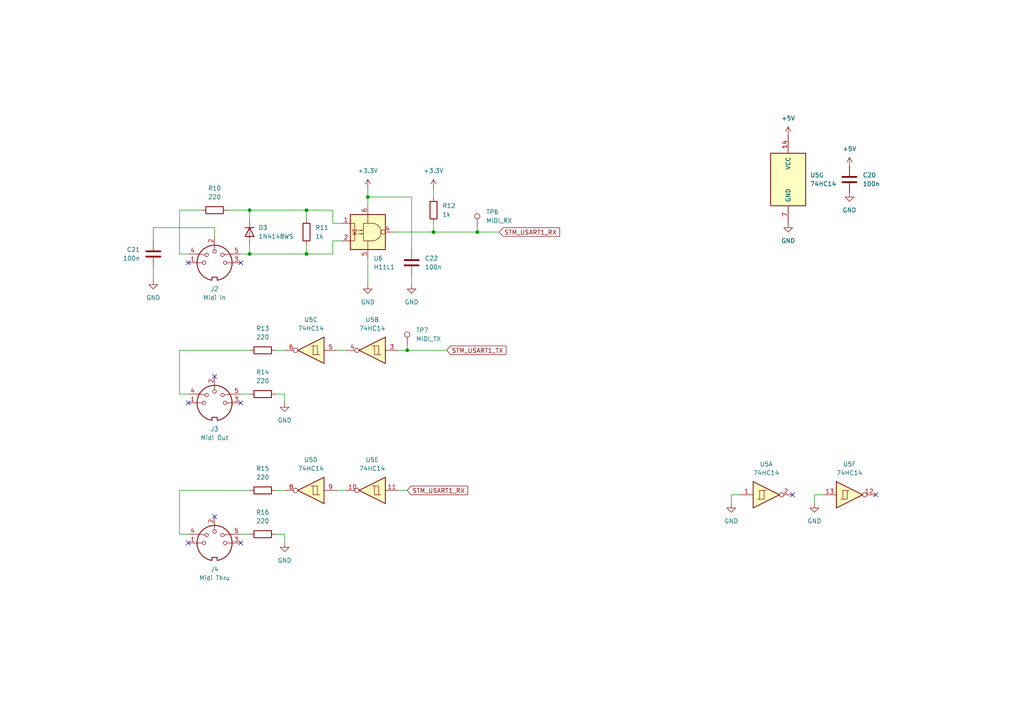
<source format=kicad_sch>
(kicad_sch (version 20250114) (generator "eeschema") (generator_version "9.0")
  (paper "A4")
  (title_block (title "Midi Expressor") (date "2025-12-26") (rev "0.1") (company "Amon Benson"))
  (lib_symbols
    (symbol "74xx:74HC14" (pin_names (offset 1.016))
      (property "Reference" "U" (at 0 1.27 0))
      (property "Value" "74HC14" (at 0 -1.27 0))
      (symbol "74HC14_1_0"
        (polyline (pts (xy -3.81 3.81) (xy -3.81 -3.81) (xy 3.81 0) (xy -3.81 3.81)) (stroke (width 0.254)) (fill (type background)))
        (pin input line (at -7.62 0 0) (length 3.81) (name "~") (number "1"))
        (pin output inverted (at 7.62 0 180) (length 3.81) (name "~") (number "2"))
      )
      (symbol "74HC14_1_1"
        (polyline (pts (xy -2.54 -1.27) (xy -0.635 -1.27) (xy -0.635 1.27) (xy 0 1.27)))
        (polyline (pts (xy -1.905 -1.27) (xy -1.905 1.27) (xy -0.635 1.27)))
      )
      (symbol "74HC14_2_0"
        (polyline (pts (xy -3.81 3.81) (xy -3.81 -3.81) (xy 3.81 0) (xy -3.81 3.81)) (stroke (width 0.254)) (fill (type background)))
        (pin input line (at -7.62 0 0) (length 3.81) (name "~") (number "3"))
        (pin output inverted (at 7.62 0 180) (length 3.81) (name "~") (number "4"))
      )
      (symbol "74HC14_2_1"
        (polyline (pts (xy -2.54 -1.27) (xy -0.635 -1.27) (xy -0.635 1.27) (xy 0 1.27)))
        (polyline (pts (xy -1.905 -1.27) (xy -1.905 1.27) (xy -0.635 1.27)))
      )
      (symbol "74HC14_3_0"
        (polyline (pts (xy -3.81 3.81) (xy -3.81 -3.81) (xy 3.81 0) (xy -3.81 3.81)) (stroke (width 0.254)) (fill (type background)))
        (pin input line (at -7.62 0 0) (length 3.81) (name "~") (number "5"))
        (pin output inverted (at 7.62 0 180) (length 3.81) (name "~") (number "6"))
      )
      (symbol "74HC14_3_1"
        (polyline (pts (xy -2.54 -1.27) (xy -0.635 -1.27) (xy -0.635 1.27) (xy 0 1.27)))
        (polyline (pts (xy -1.905 -1.27) (xy -1.905 1.27) (xy -0.635 1.27)))
      )
      (symbol "74HC14_4_0"
        (polyline (pts (xy -3.81 3.81) (xy -3.81 -3.81) (xy 3.81 0) (xy -3.81 3.81)) (stroke (width 0.254)) (fill (type background)))
        (pin input line (at -7.62 0 0) (length 3.81) (name "~") (number "9"))
        (pin output inverted (at 7.62 0 180) (length 3.81) (name "~") (number "8"))
      )
      (symbol "74HC14_4_1"
        (polyline (pts (xy -2.54 -1.27) (xy -0.635 -1.27) (xy -0.635 1.27) (xy 0 1.27)))
        (polyline (pts (xy -1.905 -1.27) (xy -1.905 1.27) (xy -0.635 1.27)))
      )
      (symbol "74HC14_5_0"
        (polyline (pts (xy -3.81 3.81) (xy -3.81 -3.81) (xy 3.81 0) (xy -3.81 3.81)) (stroke (width 0.254)) (fill (type background)))
        (pin input line (at -7.62 0 0) (length 3.81) (name "~") (number "11"))
        (pin output inverted (at 7.62 0 180) (length 3.81) (name "~") (number "10"))
      )
      (symbol "74HC14_5_1"
        (polyline (pts (xy -2.54 -1.27) (xy -0.635 -1.27) (xy -0.635 1.27) (xy 0 1.27)))
        (polyline (pts (xy -1.905 -1.27) (xy -1.905 1.27) (xy -0.635 1.27)))
      )
      (symbol "74HC14_6_0"
        (polyline (pts (xy -3.81 3.81) (xy -3.81 -3.81) (xy 3.81 0) (xy -3.81 3.81)) (stroke (width 0.254)) (fill (type background)))
        (pin input line (at -7.62 0 0) (length 3.81) (name "~") (number "13"))
        (pin output inverted (at 7.62 0 180) (length 3.81) (name "~") (number "12"))
      )
      (symbol "74HC14_6_1"
        (polyline (pts (xy -2.54 -1.27) (xy -0.635 -1.27) (xy -0.635 1.27) (xy 0 1.27)))
        (polyline (pts (xy -1.905 -1.27) (xy -1.905 1.27) (xy -0.635 1.27)))
      )
      (symbol "74HC14_7_0"
        (pin power_in line (at 0 12.7 270) (length 5.08) (name "VCC") (number "14"))
        (pin power_in line (at 0 -12.7 90) (length 5.08) (name "GND") (number "7"))
      )
      (symbol "74HC14_7_1"
        (rectangle (start -5.08 7.62) (end 5.08 -7.62) (stroke (width 0.254)) (fill (type background)))
      )
    )
    (symbol "Connector:DIN-5_180degree" (pin_names (offset 1.016))
      (property "Reference" "J" (at 3.175 5.715 0))
      (property "Value" "DIN-5_180degree" (at 0 -6.35 0))
      (symbol "DIN-5_180degree_0_1"
        (polyline (pts (xy -5.08 2.54) (xy -4.318 2.54) (xy -2.794 2.286)))
        (polyline (pts (xy -5.08 0) (xy -3.556 0)))
        (circle (center -3.048 0) (radius 0.508))
        (circle (center -2.286 2.286) (radius 0.508))
        (polyline (pts (xy -0.762 -4.953) (xy -0.762 -4.191) (xy 0.762 -4.191) (xy 0.762 -4.953)) (stroke (width 0.254)))
        (arc (start 5.08 0) (mid 3.8673 -3.3444) (end 0.762 -5.08) (stroke (width 0.254)))
        (polyline (pts (xy 0 5.08) (xy 0 3.81)))
        (circle (center 0 3.302) (radius 0.508))
        (arc (start -5.08 0) (mid 0 5.0579) (end 5.08 0) (stroke (width 0.254)))
        (arc (start -0.762 -5.08) (mid -3.8597 -3.3379) (end -5.08 0) (stroke (width 0.254)))
        (circle (center 2.286 2.286) (radius 0.508))
        (circle (center 3.048 0) (radius 0.508))
        (polyline (pts (xy 5.08 2.54) (xy 4.318 2.54) (xy 2.794 2.286)))
        (polyline (pts (xy 5.08 0) (xy 3.556 0)))
      )
      (symbol "DIN-5_180degree_1_1"
        (pin passive line (at -7.62 2.54 0) (length 2.54) (name "~") (number "4"))
        (pin passive line (at -7.62 0 0) (length 2.54) (name "~") (number "1"))
        (pin passive line (at 0 7.62 270) (length 2.54) (name "~") (number "2"))
        (pin passive line (at 7.62 2.54 180) (length 2.54) (name "~") (number "5"))
        (pin passive line (at 7.62 0 180) (length 2.54) (name "~") (number "3"))
      )
    )
    (symbol "Connector:TestPoint" (pin_numbers (hide yes)) (pin_names (offset 0.762) (hide yes))
      (property "Reference" "TP" (at 0 6.858 0))
      (property "Value" "TestPoint" (at 0 5.08 0))
      (symbol "TestPoint_0_1"
        (circle (center 0 3.302) (radius 0.762))
      )
      (symbol "TestPoint_1_1"
        (pin passive line (at 0 0 90) (length 2.54) (name "1") (number "1"))
      )
    )
    (symbol "Device:C" (pin_numbers (hide yes)) (pin_names (offset 0.254))
      (property "Reference" "C" (at 0.635 2.54 0))
      (property "Value" "C" (at 0.635 -2.54 0))
      (symbol "C_0_1"
        (polyline (pts (xy -2.032 0.762) (xy 2.032 0.762)) (stroke (width 0.508)))
        (polyline (pts (xy -2.032 -0.762) (xy 2.032 -0.762)) (stroke (width 0.508)))
      )
      (symbol "C_1_1"
        (pin passive line (at 0 3.81 270) (length 2.794) (name "~") (number "1"))
        (pin passive line (at 0 -3.81 90) (length 2.794) (name "~") (number "2"))
      )
    )
    (symbol "Device:R" (pin_numbers (hide yes)) (pin_names (offset 0))
      (property "Reference" "R" (at 2.032 0 90))
      (property "Value" "R" (at 0 0 90))
      (symbol "R_0_1"
        (rectangle (start -1.016 -2.54) (end 1.016 2.54) (stroke (width 0.254)))
      )
      (symbol "R_1_1"
        (pin passive line (at 0 3.81 270) (length 1.27) (name "~") (number "1"))
        (pin passive line (at 0 -3.81 90) (length 1.27) (name "~") (number "2"))
      )
    )
    (symbol "Diode:1N4148WS" (pin_numbers (hide yes)) (pin_names (hide yes))
      (property "Reference" "D" (at 0 2.54 0))
      (property "Value" "1N4148WS" (at 0 -2.54 0))
      (symbol "1N4148WS_0_1"
        (polyline (pts (xy -1.27 1.27) (xy -1.27 -1.27)) (stroke (width 0.254)))
        (polyline (pts (xy 1.27 1.27) (xy 1.27 -1.27) (xy -1.27 0) (xy 1.27 1.27)) (stroke (width 0.254)))
        (polyline (pts (xy 1.27 0) (xy -1.27 0)))
      )
      (symbol "1N4148WS_1_1"
        (pin passive line (at -3.81 0 0) (length 2.54) (name "K") (number "1"))
        (pin passive line (at 3.81 0 180) (length 2.54) (name "A") (number "2"))
      )
    )
    (symbol "Isolator:H11L1" (pin_names (offset 1.016))
      (property "Reference" "U" (at 1.27 8.89 0))
      (property "Value" "H11L1" (at 1.27 6.35 0))
      (symbol "H11L1_0_1"
        (rectangle (start -5.08 5.08) (end 5.08 -5.08) (stroke (width 0.254)) (fill (type background)))
        (polyline (pts (xy -5.08 -2.54) (xy -3.81 -2.54) (xy -3.81 2.54) (xy -5.08 2.54)))
        (polyline (pts (xy -4.445 -0.635) (xy -3.175 -0.635)))
        (polyline (pts (xy -3.81 -0.635) (xy -4.445 0.635) (xy -3.175 0.635) (xy -3.81 -0.635)))
        (polyline (pts (xy -2.794 0.508) (xy -1.524 0.508) (xy -1.905 0.381) (xy -1.905 0.635) (xy -1.524 0.508)))
        (polyline (pts (xy -2.794 -0.508) (xy -1.524 -0.508) (xy -1.905 -0.635) (xy -1.905 -0.381) (xy -1.524 -0.508)))
        (polyline (pts (xy 0 2.54) (xy 0 5.08)))
        (polyline (pts (xy 0 -2.54) (xy 0 -5.08) (xy 0 -3.81)))
        (arc (start 1.27 2.54) (mid 3.799 0) (end 1.27 -2.54))
        (polyline (pts (xy 1.27 -2.54) (xy -1.27 -2.54) (xy -1.27 2.54) (xy 1.27 2.54)))
      )
      (symbol "H11L1_1_1"
        (pin passive line (at -7.62 2.54 0) (length 2.54) (name "~") (number "1"))
        (pin passive line (at -7.62 -2.54 0) (length 2.54) (name "~") (number "2"))
        (pin no_connect line (at -5.08 0 0) (length 2.54) (hide yes) (name "~") (number "3"))
        (pin power_in line (at 0 7.62 270) (length 2.54) (name "~") (number "6"))
        (pin power_in line (at 0 -7.62 90) (length 2.54) (name "~") (number "5"))
        (pin output inverted (at 7.62 0 180) (length 3.81) (name "~") (number "4"))
      )
    )
    (symbol "power:+3.3V" (power) (pin_numbers (hide yes)) (pin_names (offset 0) (hide yes))
      (property "Value" "+3.3V" (at 0 3.556 0))
      (symbol "+3.3V_0_1"
        (polyline (pts (xy -0.762 1.27) (xy 0 2.54)))
        (polyline (pts (xy 0 2.54) (xy 0.762 1.27)))
        (polyline (pts (xy 0 0) (xy 0 2.54)))
      )
      (symbol "+3.3V_1_1"
        (pin power_in line (at 0 0 90) (length 0) (name "~") (number "1"))
      )
    )
    (symbol "power:+5V" (power) (pin_numbers (hide yes)) (pin_names (offset 0) (hide yes))
      (property "Value" "+5V" (at 0 3.556 0))
      (symbol "+5V_0_1"
        (polyline (pts (xy -0.762 1.27) (xy 0 2.54)))
        (polyline (pts (xy 0 2.54) (xy 0.762 1.27)))
        (polyline (pts (xy 0 0) (xy 0 2.54)))
      )
      (symbol "+5V_1_1"
        (pin power_in line (at 0 0 90) (length 0) (name "~") (number "1"))
      )
    )
    (symbol "power:GND" (power) (pin_numbers (hide yes)) (pin_names (offset 0) (hide yes))
      (property "Value" "GND" (at 0 -3.81 0))
      (symbol "GND_0_1"
        (polyline (pts (xy 0 0) (xy 0 -1.27) (xy 1.27 -1.27) (xy 0 -2.54) (xy -1.27 -1.27) (xy 0 -1.27)))
      )
      (symbol "GND_1_1"
        (pin power_in line (at 0 0 270) (length 0) (name "~") (number "1"))
      )
    )
  )
  (junction (at 72.39 60.96))
  (junction (at 88.9 60.96))
  (junction (at 125.73 67.31))
  (junction (at 88.9 73.66))
  (junction (at 72.39 73.66))
  (junction (at 118.11 101.6))
  (junction (at 106.68 57.15))
  (junction (at 138.43 67.31))
  (no_connect (at 254 143.51))
  (no_connect (at 69.85 116.84))
  (no_connect (at 54.61 76.2))
  (no_connect (at 229.87 143.51))
  (no_connect (at 69.85 157.48))
  (no_connect (at 62.23 109.22))
  (no_connect (at 54.61 157.48))
  (no_connect (at 54.61 116.84))
  (no_connect (at 62.23 149.86))
  (no_connect (at 69.85 76.2))
  (wire (pts (xy 80.01 101.6) (xy 82.55 101.6)))
  (wire (pts (xy 82.55 154.94) (xy 82.55 157.48)))
  (wire (pts (xy 44.45 77.47) (xy 44.45 81.28)))
  (wire (pts (xy 52.07 60.96) (xy 58.42 60.96)))
  (wire (pts (xy 72.39 73.66) (xy 69.85 73.66)))
  (wire (pts (xy 99.06 69.85) (xy 96.52 69.85)))
  (wire (pts (xy 88.9 73.66) (xy 72.39 73.66)))
  (wire (pts (xy 96.52 60.96) (xy 88.9 60.96)))
  (wire (pts (xy 52.07 114.3) (xy 54.61 114.3)))
  (wire (pts (xy 52.07 114.3) (xy 52.07 101.6)))
  (wire (pts (xy 236.22 143.51) (xy 236.22 146.05)))
  (wire (pts (xy 106.68 82.55) (xy 106.68 74.93)))
  (wire (pts (xy 44.45 69.85) (xy 44.45 66.04)))
  (wire (pts (xy 72.39 71.12) (xy 72.39 73.66)))
  (wire (pts (xy 125.73 54.61) (xy 125.73 57.15)))
  (wire (pts (xy 115.57 101.6) (xy 118.11 101.6)))
  (wire (pts (xy 118.11 101.6) (xy 129.54 101.6)))
  (wire (pts (xy 52.07 154.94) (xy 52.07 142.24)))
  (wire (pts (xy 52.07 73.66) (xy 52.07 60.96)))
  (wire (pts (xy 82.55 142.24) (xy 80.01 142.24)))
  (wire (pts (xy 52.07 142.24) (xy 72.39 142.24)))
  (wire (pts (xy 72.39 60.96) (xy 72.39 63.5)))
  (wire (pts (xy 97.79 101.6) (xy 100.33 101.6)))
  (wire (pts (xy 80.01 114.3) (xy 82.55 114.3)))
  (wire (pts (xy 125.73 64.77) (xy 125.73 67.31)))
  (wire (pts (xy 52.07 73.66) (xy 54.61 73.66)))
  (wire (pts (xy 119.38 82.55) (xy 119.38 80.01)))
  (wire (pts (xy 69.85 154.94) (xy 72.39 154.94)))
  (wire (pts (xy 62.23 66.04) (xy 62.23 68.58)))
  (wire (pts (xy 106.68 57.15) (xy 106.68 59.69)))
  (wire (pts (xy 138.43 66.04) (xy 138.43 67.31)))
  (wire (pts (xy 214.63 143.51) (xy 212.09 143.51)))
  (wire (pts (xy 88.9 60.96) (xy 88.9 63.5)))
  (wire (pts (xy 80.01 154.94) (xy 82.55 154.94)))
  (wire (pts (xy 212.09 143.51) (xy 212.09 146.05)))
  (wire (pts (xy 88.9 71.12) (xy 88.9 73.66)))
  (wire (pts (xy 96.52 69.85) (xy 96.52 73.66)))
  (wire (pts (xy 106.68 54.61) (xy 106.68 57.15)))
  (wire (pts (xy 96.52 73.66) (xy 88.9 73.66)))
  (wire (pts (xy 125.73 67.31) (xy 138.43 67.31)))
  (wire (pts (xy 115.57 142.24) (xy 118.11 142.24)))
  (wire (pts (xy 69.85 114.3) (xy 72.39 114.3)))
  (wire (pts (xy 82.55 114.3) (xy 82.55 116.84)))
  (wire (pts (xy 118.11 100.33) (xy 118.11 101.6)))
  (wire (pts (xy 114.3 67.31) (xy 125.73 67.31)))
  (wire (pts (xy 44.45 66.04) (xy 62.23 66.04)))
  (wire (pts (xy 52.07 154.94) (xy 54.61 154.94)))
  (wire (pts (xy 88.9 60.96) (xy 72.39 60.96)))
  (wire (pts (xy 100.33 142.24) (xy 97.79 142.24)))
  (wire (pts (xy 66.04 60.96) (xy 72.39 60.96)))
  (wire (pts (xy 238.76 143.51) (xy 236.22 143.51)))
  (wire (pts (xy 106.68 57.15) (xy 119.38 57.15)))
  (wire (pts (xy 52.07 101.6) (xy 72.39 101.6)))
  (wire (pts (xy 119.38 72.39) (xy 119.38 57.15)))
  (wire (pts (xy 138.43 67.31) (xy 144.78 67.31)))
  (wire (pts (xy 96.52 64.77) (xy 96.52 60.96)))
  (wire (pts (xy 99.06 64.77) (xy 96.52 64.77)))
  (global_label "STM_USART1_RX" (shape input) (at 144.78 67.31 0) (property "Intersheetrefs" "${INTERSHEET_REFS}" (effects (hide yes))))
  (global_label "STM_USART1_RX" (shape input) (at 118.11 142.24 0) (property "Intersheetrefs" "${INTERSHEET_REFS}" (effects (hide yes))))
  (global_label "STM_USART1_TX" (shape input) (at 129.54 101.6 0) (property "Intersheetrefs" "${INTERSHEET_REFS}" (effects (hide yes))))
  (symbol (lib_id "power:GND") (at 212.09 146.05 0) (unit 1)
    (property "Reference" "#PWR0147" (effects (hide yes)))
    (property "Value" "GND" (at 212.09 151.13 0))
    (property "Description" "Power symbol creates a global label with name \"GND\" , ground" (effects (hide yes)))
  )
  (symbol (lib_id "power:+3.3V") (at 106.68 54.61 0) (unit 1)
    (property "Reference" "#PWR0136" (effects (hide yes)))
    (property "Value" "+3.3V" (at 106.68 49.53 0))
    (property "Description" "Power symbol creates a global label with name \"+3.3V\"" (effects (hide yes)))
  )
  (symbol (lib_id "Device:C") (at 246.38 52.07 0) (unit 1)
    (property "Reference" "C20" (at 250.19 50.7999 0) (effects (justify left)))
    (property "Value" "100n" (at 250.19 53.3399 0) (effects (justify left)))
    (property "Footprint" "Capacitor_SMD:C_0603_1608Metric" (effects (hide yes)))
    (property "Description" "Unpolarized capacitor" (effects (hide yes)))
    (property "LCSC" "C14663" (effects (hide yes)))
  )
  (symbol (lib_id "Connector:TestPoint") (at 118.11 100.33 0) (unit 1)
    (property "Reference" "TP7" (at 120.65 95.7579 0) (effects (justify left)))
    (property "Value" "MIDI_TX" (at 120.65 98.2979 0) (effects (justify left)))
    (property "Footprint" "TestPoint:TestPoint_Pad_D2.0mm" (effects (hide yes)))
    (property "Description" "test point" (effects (hide yes)))
  )
  (symbol (lib_id "Connector:DIN-5_180degree") (at 62.23 157.48 0) (unit 1)
    (property "Reference" "J4" (at 62.23 165.1 0))
    (property "Value" "Midi Thru" (at 62.23 167.64 0))
    (property "Footprint" "DIN5_MIDI_MultiGround:DIN5_MIDI_MultiGround" (effects (hide yes)))
    (property "Datasheet" "http://www.mouser.com/ds/2/18/40_c091_abd_e-75918.pdf" (effects (hide yes)))
    (property "Description" "5-pin DIN connector (5-pin DIN-5 stereo)" (effects (hide yes)))
  )
  (symbol (lib_id "Device:R") (at 88.9 67.31 0) (unit 1)
    (property "Reference" "R11" (at 91.44 66.0399 0) (effects (justify left)))
    (property "Value" "1k" (at 91.44 68.5799 0) (effects (justify left)))
    (property "Footprint" "Resistor_SMD:R_0603_1608Metric" (effects (hide yes)))
    (property "Description" "Resistor" (effects (hide yes)))
    (property "LCSC" "C21190" (effects (hide yes)))
  )
  (symbol (lib_id "74xx:74HC14") (at 107.95 101.6 0) (mirror y) (unit 2)
    (property "Reference" "U5" (at 107.95 92.71 0))
    (property "Value" "74HC14" (at 107.95 95.25 0))
    (property "Footprint" "Package_SO:SOIC-14_3.9x8.7mm_P1.27mm" (effects (hide yes)))
    (property "Datasheet" "http://www.ti.com/lit/gpn/sn74HC14" (effects (hide yes)))
    (property "Description" "Hex inverter schmitt trigger" (effects (hide yes)))
    (property "LCSC" "C5605" (effects (hide yes)))
  )
  (symbol (lib_id "Device:R") (at 125.73 60.96 0) (unit 1)
    (property "Reference" "R12" (at 128.27 59.6899 0) (effects (justify left)))
    (property "Value" "1k" (at 128.27 62.2299 0) (effects (justify left)))
    (property "Footprint" "Resistor_SMD:R_0603_1608Metric" (effects (hide yes)))
    (property "Description" "Resistor" (effects (hide yes)))
    (property "LCSC" "C21190" (effects (hide yes)))
  )
  (symbol (lib_id "74xx:74HC14") (at 90.17 142.24 0) (mirror y) (unit 4)
    (property "Reference" "U5" (at 90.17 133.35 0))
    (property "Value" "74HC14" (at 90.17 135.89 0))
    (property "Footprint" "Package_SO:SOIC-14_3.9x8.7mm_P1.27mm" (effects (hide yes)))
    (property "Datasheet" "http://www.ti.com/lit/gpn/sn74HC14" (effects (hide yes)))
    (property "Description" "Hex inverter schmitt trigger" (effects (hide yes)))
    (property "LCSC" "C5605" (effects (hide yes)))
  )
  (symbol (lib_id "Diode:1N4148WS") (at 72.39 67.31 270) (unit 1)
    (property "Reference" "D3" (at 74.93 66.0399 90) (effects (justify left)))
    (property "Value" "1N4148WS" (at 74.93 68.5799 90) (effects (justify left)))
    (property "Footprint" "Diode_SMD:D_SOD-323" (effects (hide yes)))
    (property "Datasheet" "https://www.vishay.com/docs/85751/1n4148ws.pdf" (effects (hide yes)))
    (property "Description" "75V 0.15A Fast switching Diode, SOD-323" (effects (hide yes)))
    (property "Sim.Device" "D" (effects (hide yes)))
    (property "Sim.Pins" "1=K 2=A" (effects (hide yes)))
    (property "LCSC" "C2128" (effects (hide yes)))
  )
  (symbol (lib_id "74xx:74HC14") (at 107.95 142.24 0) (mirror y) (unit 5)
    (property "Reference" "U5" (at 107.95 133.35 0))
    (property "Value" "74HC14" (at 107.95 135.89 0))
    (property "Footprint" "Package_SO:SOIC-14_3.9x8.7mm_P1.27mm" (effects (hide yes)))
    (property "Datasheet" "http://www.ti.com/lit/gpn/sn74HC14" (effects (hide yes)))
    (property "Description" "Hex inverter schmitt trigger" (effects (hide yes)))
    (property "LCSC" "C5605" (effects (hide yes)))
  )
  (symbol (lib_id "74xx:74HC14") (at 90.17 101.6 0) (mirror y) (unit 3)
    (property "Reference" "U5" (at 90.17 92.71 0))
    (property "Value" "74HC14" (at 90.17 95.25 0))
    (property "Footprint" "Package_SO:SOIC-14_3.9x8.7mm_P1.27mm" (effects (hide yes)))
    (property "Datasheet" "http://www.ti.com/lit/gpn/sn74HC14" (effects (hide yes)))
    (property "Description" "Hex inverter schmitt trigger" (effects (hide yes)))
    (property "LCSC" "C5605" (effects (hide yes)))
  )
  (symbol (lib_id "power:+3.3V") (at 125.73 54.61 0) (unit 1)
    (property "Reference" "#PWR0141" (effects (hide yes)))
    (property "Value" "+3.3V" (at 125.73 49.53 0))
    (property "Description" "Power symbol creates a global label with name \"+3.3V\"" (effects (hide yes)))
  )
  (symbol (lib_id "power:+5V") (at 246.38 48.26 0) (unit 1)
    (property "Reference" "#PWR0143" (effects (hide yes)))
    (property "Value" "+5V" (at 246.38 43.18 0))
    (property "Description" "Power symbol creates a global label with name \"+5V\"" (effects (hide yes)))
  )
  (symbol (lib_id "power:GND") (at 119.38 82.55 0) (unit 1)
    (property "Reference" "#PWR0140" (effects (hide yes)))
    (property "Value" "GND" (at 119.38 87.63 0))
    (property "Description" "Power symbol creates a global label with name \"GND\" , ground" (effects (hide yes)))
  )
  (symbol (lib_id "Connector:TestPoint") (at 138.43 66.04 0) (unit 1)
    (property "Reference" "TP6" (at 140.97 61.4679 0) (effects (justify left)))
    (property "Value" "MIDI_RX" (at 140.97 64.0079 0) (effects (justify left)))
    (property "Footprint" "TestPoint:TestPoint_Pad_D2.0mm" (effects (hide yes)))
    (property "Description" "test point" (effects (hide yes)))
  )
  (symbol (lib_id "74xx:74HC14") (at 246.38 143.51 0) (unit 6)
    (property "Reference" "U5" (at 246.38 134.62 0))
    (property "Value" "74HC14" (at 246.38 137.16 0))
    (property "Footprint" "Package_SO:SOIC-14_3.9x8.7mm_P1.27mm" (effects (hide yes)))
    (property "Datasheet" "http://www.ti.com/lit/gpn/sn74HC14" (effects (hide yes)))
    (property "Description" "Hex inverter schmitt trigger" (effects (hide yes)))
    (property "LCSC" "C5605" (effects (hide yes)))
  )
  (symbol (lib_id "Device:R") (at 76.2 101.6 90) (unit 1)
    (property "Reference" "R13" (at 76.2 95.25 90))
    (property "Value" "220" (at 76.2 97.79 90))
    (property "Footprint" "Resistor_SMD:R_0603_1608Metric" (effects (hide yes)))
    (property "Description" "Resistor" (effects (hide yes)))
    (property "LCSC" "C22962" (effects (hide yes)))
  )
  (symbol (lib_id "power:GND") (at 44.45 81.28 0) (unit 1)
    (property "Reference" "#PWR0139" (effects (hide yes)))
    (property "Value" "GND" (at 44.45 86.36 0))
    (property "Description" "Power symbol creates a global label with name \"GND\" , ground" (effects (hide yes)))
  )
  (symbol (lib_id "Isolator:H11L1") (at 106.68 67.31 0) (unit 1)
    (property "Reference" "U6" (at 108.3311 74.93 0) (effects (justify left)))
    (property "Value" "H11L1" (at 108.3311 77.47 0) (effects (justify left)))
    (property "Footprint" "SOP-6-2.54mm:SOP-6_6.35x8.51mm_P02.54mm" (effects (hide yes)))
    (property "Datasheet" "https://www.onsemi.com/pub/Collateral/H11L3M-D.PDF" (effects (hide yes)))
    (property "Description" "Schmitt Trigger Output Optocoupler, High Speed, DIP-6, 1.6mA turn on threshold" (effects (hide yes)))
    (property "LCSC" "C899473" (effects (hide yes)))
  )
  (symbol (lib_id "Connector:DIN-5_180degree") (at 62.23 76.2 0) (unit 1)
    (property "Reference" "J2" (at 62.23 83.82 0))
    (property "Value" "Midi In" (at 62.23 86.36 0))
    (property "Footprint" "DIN5_MIDI_MultiGround:DIN5_MIDI_MultiGround" (effects (hide yes)))
    (property "Datasheet" "http://www.mouser.com/ds/2/18/40_c091_abd_e-75918.pdf" (effects (hide yes)))
    (property "Description" "5-pin DIN connector (5-pin DIN-5 stereo)" (effects (hide yes)))
  )
  (symbol (lib_id "Device:R") (at 76.2 154.94 90) (unit 1)
    (property "Reference" "R16" (at 76.2 148.59 90))
    (property "Value" "220" (at 76.2 151.13 90))
    (property "Footprint" "Resistor_SMD:R_0603_1608Metric" (effects (hide yes)))
    (property "Description" "Resistor" (effects (hide yes)))
    (property "LCSC" "C22962" (effects (hide yes)))
  )
  (symbol (lib_id "power:GND") (at 236.22 146.05 0) (unit 1)
    (property "Reference" "#PWR0146" (effects (hide yes)))
    (property "Value" "GND" (at 236.22 151.13 0))
    (property "Description" "Power symbol creates a global label with name \"GND\" , ground" (effects (hide yes)))
  )
  (symbol (lib_id "Device:R") (at 62.23 60.96 90) (unit 1)
    (property "Reference" "R10" (at 62.23 54.61 90))
    (property "Value" "220" (at 62.23 57.15 90))
    (property "Footprint" "Resistor_SMD:R_0603_1608Metric" (effects (hide yes)))
    (property "Description" "Resistor" (effects (hide yes)))
    (property "LCSC" "C22962" (effects (hide yes)))
  )
  (symbol (lib_id "power:GND") (at 106.68 82.55 0) (unit 1)
    (property "Reference" "#PWR0137" (effects (hide yes)))
    (property "Value" "GND" (at 106.68 87.63 0))
    (property "Description" "Power symbol creates a global label with name \"GND\" , ground" (effects (hide yes)))
  )
  (symbol (lib_id "power:GND") (at 246.38 55.88 0) (unit 1)
    (property "Reference" "#PWR0144" (effects (hide yes)))
    (property "Value" "GND" (at 246.38 60.96 0))
    (property "Description" "Power symbol creates a global label with name \"GND\" , ground" (effects (hide yes)))
  )
  (symbol (lib_id "power:GND") (at 82.55 116.84 0) (unit 1)
    (property "Reference" "#PWR0135" (effects (hide yes)))
    (property "Value" "GND" (at 82.55 121.92 0))
    (property "Description" "Power symbol creates a global label with name \"GND\" , ground" (effects (hide yes)))
  )
  (symbol (lib_id "Device:R") (at 76.2 114.3 90) (unit 1)
    (property "Reference" "R14" (at 76.2 107.95 90))
    (property "Value" "220" (at 76.2 110.49 90))
    (property "Footprint" "Resistor_SMD:R_0603_1608Metric" (effects (hide yes)))
    (property "Description" "Resistor" (effects (hide yes)))
    (property "LCSC" "C22962" (effects (hide yes)))
  )
  (symbol (lib_id "Device:C") (at 44.45 73.66 0) (mirror y) (unit 1)
    (property "Reference" "C21" (at 40.64 72.3899 0) (effects (justify left)))
    (property "Value" "100n" (at 40.64 74.9299 0) (effects (justify left)))
    (property "Footprint" "Capacitor_SMD:C_0603_1608Metric" (effects (hide yes)))
    (property "Description" "Unpolarized capacitor" (effects (hide yes)))
    (property "LCSC" "C14663" (effects (hide yes)))
  )
  (symbol (lib_id "power:+5V") (at 228.6 39.37 0) (unit 1)
    (property "Reference" "#PWR0145" (effects (hide yes)))
    (property "Value" "+5V" (at 228.6 34.29 0))
    (property "Description" "Power symbol creates a global label with name \"+5V\"" (effects (hide yes)))
  )
  (symbol (lib_id "74xx:74HC14") (at 228.6 52.07 0) (unit 7)
    (property "Reference" "U5" (at 234.95 50.7999 0) (effects (justify left)))
    (property "Value" "74HC14" (at 234.95 53.3399 0) (effects (justify left)))
    (property "Footprint" "Package_SO:SOIC-14_3.9x8.7mm_P1.27mm" (effects (hide yes)))
    (property "Datasheet" "http://www.ti.com/lit/gpn/sn74HC14" (effects (hide yes)))
    (property "Description" "Hex inverter schmitt trigger" (effects (hide yes)))
    (property "LCSC" "C5605" (effects (hide yes)))
  )
  (symbol (lib_id "Connector:DIN-5_180degree") (at 62.23 116.84 0) (unit 1)
    (property "Reference" "J3" (at 62.23 124.46 0))
    (property "Value" "Midi Out" (at 62.23 127 0))
    (property "Footprint" "DIN5_MIDI_MultiGround:DIN5_MIDI_MultiGround" (effects (hide yes)))
    (property "Datasheet" "http://www.mouser.com/ds/2/18/40_c091_abd_e-75918.pdf" (effects (hide yes)))
    (property "Description" "5-pin DIN connector (5-pin DIN-5 stereo)" (effects (hide yes)))
  )
  (symbol (lib_id "74xx:74HC14") (at 222.25 143.51 0) (unit 1)
    (property "Reference" "U5" (at 222.25 134.62 0))
    (property "Value" "74HC14" (at 222.25 137.16 0))
    (property "Footprint" "Package_SO:SOIC-14_3.9x8.7mm_P1.27mm" (effects (hide yes)))
    (property "Datasheet" "http://www.ti.com/lit/gpn/sn74HC14" (effects (hide yes)))
    (property "Description" "Hex inverter schmitt trigger" (effects (hide yes)))
    (property "LCSC" "C5605" (effects (hide yes)))
  )
  (symbol (lib_id "Device:C") (at 119.38 76.2 0) (unit 1)
    (property "Reference" "C22" (at 123.19 74.9299 0) (effects (justify left)))
    (property "Value" "100n" (at 123.19 77.4699 0) (effects (justify left)))
    (property "Footprint" "Capacitor_SMD:C_0603_1608Metric" (effects (hide yes)))
    (property "Description" "Unpolarized capacitor" (effects (hide yes)))
    (property "LCSC" "C14663" (effects (hide yes)))
  )
  (symbol (lib_id "power:GND") (at 228.6 64.77 0) (unit 1)
    (property "Reference" "#PWR0142" (effects (hide yes)))
    (property "Value" "GND" (at 228.6 69.85 0))
    (property "Description" "Power symbol creates a global label with name \"GND\" , ground" (effects (hide yes)))
  )
  (symbol (lib_id "Device:R") (at 76.2 142.24 90) (unit 1)
    (property "Reference" "R15" (at 76.2 135.89 90))
    (property "Value" "220" (at 76.2 138.43 90))
    (property "Footprint" "Resistor_SMD:R_0603_1608Metric" (effects (hide yes)))
    (property "Description" "Resistor" (effects (hide yes)))
    (property "LCSC" "C22962" (effects (hide yes)))
  )
  (symbol (lib_id "power:GND") (at 82.55 157.48 0) (unit 1)
    (property "Reference" "#PWR0138" (effects (hide yes)))
    (property "Value" "GND" (at 82.55 162.56 0))
    (property "Description" "Power symbol creates a global label with name \"GND\" , ground" (effects (hide yes)))
  )
)
</source>
